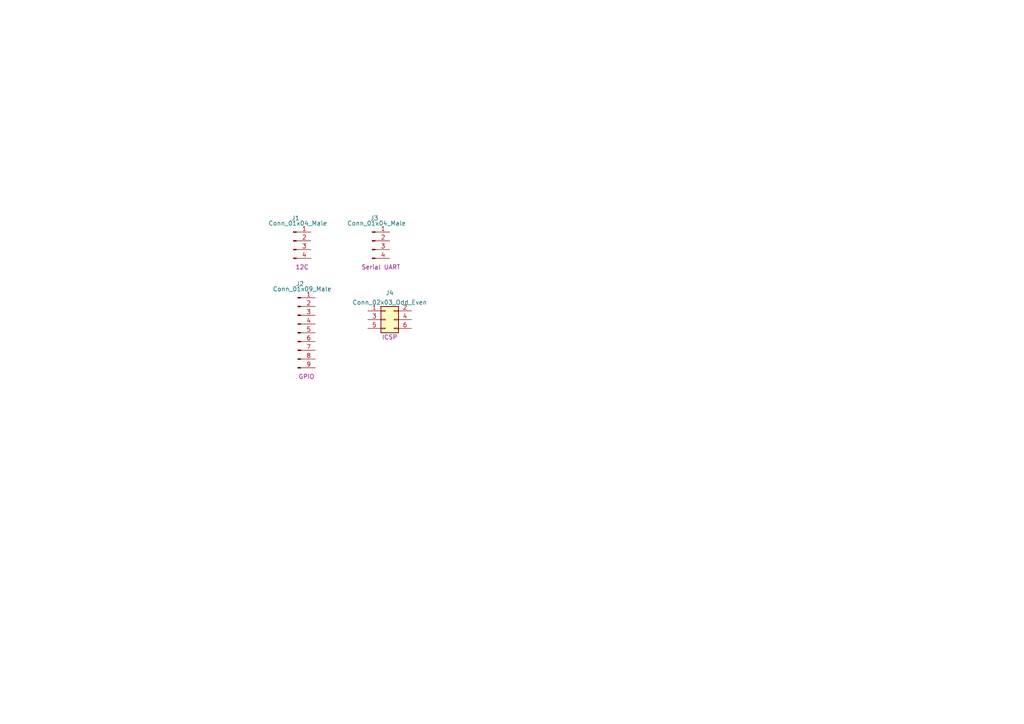
<source format=kicad_sch>
(kicad_sch (version 20211123) (generator eeschema)
  (paper "A4")
  (lib_symbols
    (symbol "Connector:Conn_01x04_Male" (pin_names (offset 1.016) hide)
      (property "Reference" "J" (at 0 5.08 0))
      (property "Value" "Conn_01x04_Male" (at 0 -7.62 0))
      (symbol "Conn_01x04_Male_1_1"
        (polyline (pts (xy 1.27 -5.08) (xy 0.8636 -5.08)) (stroke (width 0.1524)))
        (polyline (pts (xy 1.27 -2.54) (xy 0.8636 -2.54)) (stroke (width 0.1524)))
        (polyline (pts (xy 1.27 0) (xy 0.8636 0)) (stroke (width 0.1524)))
        (polyline (pts (xy 1.27 2.54) (xy 0.8636 2.54)) (stroke (width 0.1524)))
        (rectangle (start 0.8636 -4.953) (end 0 -5.207) (stroke (width 0.1524)) (fill (type outline)))
        (rectangle (start 0.8636 -2.413) (end 0 -2.667) (stroke (width 0.1524)) (fill (type outline)))
        (rectangle (start 0.8636 0.127) (end 0 -0.127) (stroke (width 0.1524)) (fill (type outline)))
        (rectangle (start 0.8636 2.667) (end 0 2.413) (stroke (width 0.1524)) (fill (type outline)))
        (pin passive line (at 5.08 2.54 180) (length 3.81) (name "Pin_1") (number "1"))
        (pin passive line (at 5.08 0 180) (length 3.81) (name "Pin_2") (number "2"))
        (pin passive line (at 5.08 -2.54 180) (length 3.81) (name "Pin_3") (number "3"))
        (pin passive line (at 5.08 -5.08 180) (length 3.81) (name "Pin_4") (number "4"))
      )
    )
    (symbol "Connector:Conn_01x09_Male" (pin_names (offset 1.016) hide)
      (property "Reference" "J" (at 0 12.7 0))
      (property "Value" "Conn_01x09_Male" (at 0 -12.7 0))
      (symbol "Conn_01x09_Male_1_1"
        (polyline (pts (xy 1.27 -10.16) (xy 0.8636 -10.16)) (stroke (width 0.1524)))
        (polyline (pts (xy 1.27 -7.62) (xy 0.8636 -7.62)) (stroke (width 0.1524)))
        (polyline (pts (xy 1.27 -5.08) (xy 0.8636 -5.08)) (stroke (width 0.1524)))
        (polyline (pts (xy 1.27 -2.54) (xy 0.8636 -2.54)) (stroke (width 0.1524)))
        (polyline (pts (xy 1.27 0) (xy 0.8636 0)) (stroke (width 0.1524)))
        (polyline (pts (xy 1.27 2.54) (xy 0.8636 2.54)) (stroke (width 0.1524)))
        (polyline (pts (xy 1.27 5.08) (xy 0.8636 5.08)) (stroke (width 0.1524)))
        (polyline (pts (xy 1.27 7.62) (xy 0.8636 7.62)) (stroke (width 0.1524)))
        (polyline (pts (xy 1.27 10.16) (xy 0.8636 10.16)) (stroke (width 0.1524)))
        (rectangle (start 0.8636 -10.033) (end 0 -10.287) (stroke (width 0.1524)) (fill (type outline)))
        (rectangle (start 0.8636 -7.493) (end 0 -7.747) (stroke (width 0.1524)) (fill (type outline)))
        (rectangle (start 0.8636 -4.953) (end 0 -5.207) (stroke (width 0.1524)) (fill (type outline)))
        (rectangle (start 0.8636 -2.413) (end 0 -2.667) (stroke (width 0.1524)) (fill (type outline)))
        (rectangle (start 0.8636 0.127) (end 0 -0.127) (stroke (width 0.1524)) (fill (type outline)))
        (rectangle (start 0.8636 2.667) (end 0 2.413) (stroke (width 0.1524)) (fill (type outline)))
        (rectangle (start 0.8636 5.207) (end 0 4.953) (stroke (width 0.1524)) (fill (type outline)))
        (rectangle (start 0.8636 7.747) (end 0 7.493) (stroke (width 0.1524)) (fill (type outline)))
        (rectangle (start 0.8636 10.287) (end 0 10.033) (stroke (width 0.1524)) (fill (type outline)))
        (pin passive line (at 5.08 10.16 180) (length 3.81) (name "Pin_1") (number "1"))
        (pin passive line (at 5.08 7.62 180) (length 3.81) (name "Pin_2") (number "2"))
        (pin passive line (at 5.08 5.08 180) (length 3.81) (name "Pin_3") (number "3"))
        (pin passive line (at 5.08 2.54 180) (length 3.81) (name "Pin_4") (number "4"))
        (pin passive line (at 5.08 0 180) (length 3.81) (name "Pin_5") (number "5"))
        (pin passive line (at 5.08 -2.54 180) (length 3.81) (name "Pin_6") (number "6"))
        (pin passive line (at 5.08 -5.08 180) (length 3.81) (name "Pin_7") (number "7"))
        (pin passive line (at 5.08 -7.62 180) (length 3.81) (name "Pin_8") (number "8"))
        (pin passive line (at 5.08 -10.16 180) (length 3.81) (name "Pin_9") (number "9"))
      )
    )
    (symbol "Connector_Generic:Conn_02x03_Odd_Even" (pin_names (offset 1.016) hide)
      (property "Reference" "J" (at 1.27 5.08 0))
      (property "Value" "Conn_02x03_Odd_Even" (at 1.27 -5.08 0))
      (symbol "Conn_02x03_Odd_Even_1_1"
        (rectangle (start -1.27 -2.413) (end 0 -2.667) (stroke (width 0.1524)))
        (rectangle (start -1.27 0.127) (end 0 -0.127) (stroke (width 0.1524)))
        (rectangle (start -1.27 2.667) (end 0 2.413) (stroke (width 0.1524)))
        (rectangle (start -1.27 3.81) (end 3.81 -3.81) (stroke (width 0.254)) (fill (type background)))
        (rectangle (start 3.81 -2.413) (end 2.54 -2.667) (stroke (width 0.1524)))
        (rectangle (start 3.81 0.127) (end 2.54 -0.127) (stroke (width 0.1524)))
        (rectangle (start 3.81 2.667) (end 2.54 2.413) (stroke (width 0.1524)))
        (pin passive line (at -5.08 2.54 0) (length 3.81) (name "Pin_1") (number "1"))
        (pin passive line (at 7.62 2.54 180) (length 3.81) (name "Pin_2") (number "2"))
        (pin passive line (at -5.08 0 0) (length 3.81) (name "Pin_3") (number "3"))
        (pin passive line (at 7.62 0 180) (length 3.81) (name "Pin_4") (number "4"))
        (pin passive line (at -5.08 -2.54 0) (length 3.81) (name "Pin_5") (number "5"))
        (pin passive line (at 7.62 -2.54 180) (length 3.81) (name "Pin_6") (number "6"))
      )
    )
  )
  (symbol (lib_id "Connector_Generic:Conn_02x03_Odd_Even") (at 111.76 92.71 0) (unit 1)
    (property "Reference" "J4" (at 113.03 84.9335 0))
    (property "Value" "Conn_02x03_Odd_Even" (at 113.03 87.7086 0))
    (property "Footprint" "Connector_PinHeader_2.54mm:PinHeader_2x03_P2.54mm_Vertical" (effects hide))
    (property "Propouse" "ICSP" (at 113.03 97.79 0))
  )
  (symbol (lib_id "Connector:Conn_01x04_Male") (at 107.95 69.85 0) (unit 1)
    (property "Reference" "J3" (at 108.585 63.2673 0))
    (property "Value" "Conn_01x04_Male" (at 109.22 64.77 0))
    (property "Footprint" "Connector_PinHeader_2.54mm:PinHeader_1x04_P2.54mm_Vertical" (effects hide))
    (property "Propouse" "Serial UART" (at 110.49 77.47 0))
  )
  (symbol (lib_id "Connector:Conn_01x09_Male") (at 86.36 96.52 0) (unit 1)
    (property "Reference" "J2" (at 86.995 82.3173 0))
    (property "Value" "Conn_01x09_Male" (at 87.63 83.82 0))
    (property "Footprint" "Connector_PinHeader_2.54mm:PinHeader_1x09_P2.54mm_Vertical" (effects hide))
    (property "Peopouse" "GPIO" (at 88.9 109.22 0))
  )
  (symbol (lib_id "Connector:Conn_01x04_Male") (at 85.09 69.85 0) (unit 1)
    (property "Reference" "J1" (at 85.725 63.2673 0))
    (property "Value" "Conn_01x04_Male" (at 86.36 64.77 0))
    (property "Footprint" "Connector_PinHeader_2.54mm:PinHeader_1x04_P2.54mm_Vertical" (effects hide))
    (property "Propouse" "12C" (at 87.63 77.47 0))
  )
)
</source>
